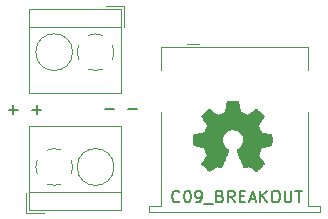
<source format=gbr>
G04 #@! TF.GenerationSoftware,KiCad,Pcbnew,5.1.5-52549c5~86~ubuntu18.04.1*
G04 #@! TF.CreationDate,2020-09-24T16:46:45-05:00*
G04 #@! TF.ProjectId,C09,4330392e-6b69-4636-9164-5f7063625858,rev?*
G04 #@! TF.SameCoordinates,Original*
G04 #@! TF.FileFunction,Legend,Top*
G04 #@! TF.FilePolarity,Positive*
%FSLAX46Y46*%
G04 Gerber Fmt 4.6, Leading zero omitted, Abs format (unit mm)*
G04 Created by KiCad (PCBNEW 5.1.5-52549c5~86~ubuntu18.04.1) date 2020-09-24 16:46:45*
%MOMM*%
%LPD*%
G04 APERTURE LIST*
%ADD10C,0.150000*%
%ADD11C,0.010000*%
%ADD12C,0.120000*%
G04 APERTURE END LIST*
D10*
X40378666Y-36653742D02*
X40331047Y-36701361D01*
X40188190Y-36748980D01*
X40092952Y-36748980D01*
X39950095Y-36701361D01*
X39854857Y-36606123D01*
X39807238Y-36510885D01*
X39759619Y-36320409D01*
X39759619Y-36177552D01*
X39807238Y-35987076D01*
X39854857Y-35891838D01*
X39950095Y-35796600D01*
X40092952Y-35748980D01*
X40188190Y-35748980D01*
X40331047Y-35796600D01*
X40378666Y-35844219D01*
X40997714Y-35748980D02*
X41092952Y-35748980D01*
X41188190Y-35796600D01*
X41235809Y-35844219D01*
X41283428Y-35939457D01*
X41331047Y-36129933D01*
X41331047Y-36368028D01*
X41283428Y-36558504D01*
X41235809Y-36653742D01*
X41188190Y-36701361D01*
X41092952Y-36748980D01*
X40997714Y-36748980D01*
X40902476Y-36701361D01*
X40854857Y-36653742D01*
X40807238Y-36558504D01*
X40759619Y-36368028D01*
X40759619Y-36129933D01*
X40807238Y-35939457D01*
X40854857Y-35844219D01*
X40902476Y-35796600D01*
X40997714Y-35748980D01*
X41807238Y-36748980D02*
X41997714Y-36748980D01*
X42092952Y-36701361D01*
X42140571Y-36653742D01*
X42235809Y-36510885D01*
X42283428Y-36320409D01*
X42283428Y-35939457D01*
X42235809Y-35844219D01*
X42188190Y-35796600D01*
X42092952Y-35748980D01*
X41902476Y-35748980D01*
X41807238Y-35796600D01*
X41759619Y-35844219D01*
X41712000Y-35939457D01*
X41712000Y-36177552D01*
X41759619Y-36272790D01*
X41807238Y-36320409D01*
X41902476Y-36368028D01*
X42092952Y-36368028D01*
X42188190Y-36320409D01*
X42235809Y-36272790D01*
X42283428Y-36177552D01*
X42473904Y-36844219D02*
X43235809Y-36844219D01*
X43807238Y-36225171D02*
X43950095Y-36272790D01*
X43997714Y-36320409D01*
X44045333Y-36415647D01*
X44045333Y-36558504D01*
X43997714Y-36653742D01*
X43950095Y-36701361D01*
X43854857Y-36748980D01*
X43473904Y-36748980D01*
X43473904Y-35748980D01*
X43807238Y-35748980D01*
X43902476Y-35796600D01*
X43950095Y-35844219D01*
X43997714Y-35939457D01*
X43997714Y-36034695D01*
X43950095Y-36129933D01*
X43902476Y-36177552D01*
X43807238Y-36225171D01*
X43473904Y-36225171D01*
X45045333Y-36748980D02*
X44712000Y-36272790D01*
X44473904Y-36748980D02*
X44473904Y-35748980D01*
X44854857Y-35748980D01*
X44950095Y-35796600D01*
X44997714Y-35844219D01*
X45045333Y-35939457D01*
X45045333Y-36082314D01*
X44997714Y-36177552D01*
X44950095Y-36225171D01*
X44854857Y-36272790D01*
X44473904Y-36272790D01*
X45473904Y-36225171D02*
X45807238Y-36225171D01*
X45950095Y-36748980D02*
X45473904Y-36748980D01*
X45473904Y-35748980D01*
X45950095Y-35748980D01*
X46331047Y-36463266D02*
X46807238Y-36463266D01*
X46235809Y-36748980D02*
X46569142Y-35748980D01*
X46902476Y-36748980D01*
X47235809Y-36748980D02*
X47235809Y-35748980D01*
X47807238Y-36748980D02*
X47378666Y-36177552D01*
X47807238Y-35748980D02*
X47235809Y-36320409D01*
X48426285Y-35748980D02*
X48616761Y-35748980D01*
X48712000Y-35796600D01*
X48807238Y-35891838D01*
X48854857Y-36082314D01*
X48854857Y-36415647D01*
X48807238Y-36606123D01*
X48712000Y-36701361D01*
X48616761Y-36748980D01*
X48426285Y-36748980D01*
X48331047Y-36701361D01*
X48235809Y-36606123D01*
X48188190Y-36415647D01*
X48188190Y-36082314D01*
X48235809Y-35891838D01*
X48331047Y-35796600D01*
X48426285Y-35748980D01*
X49283428Y-35748980D02*
X49283428Y-36558504D01*
X49331047Y-36653742D01*
X49378666Y-36701361D01*
X49473904Y-36748980D01*
X49664380Y-36748980D01*
X49759619Y-36701361D01*
X49807238Y-36653742D01*
X49854857Y-36558504D01*
X49854857Y-35748980D01*
X50188190Y-35748980D02*
X50759619Y-35748980D01*
X50473904Y-36748980D02*
X50473904Y-35748980D01*
X25924047Y-28900428D02*
X26685952Y-28900428D01*
X26305000Y-29281380D02*
X26305000Y-28519476D01*
X27924047Y-28900428D02*
X28685952Y-28900428D01*
X28305000Y-29281380D02*
X28305000Y-28519476D01*
X34052047Y-28849628D02*
X34813952Y-28849628D01*
X36052047Y-28849628D02*
X36813952Y-28849628D01*
D11*
G36*
X45412214Y-28609331D02*
G01*
X45496035Y-29053955D01*
X45805320Y-29181453D01*
X46114606Y-29308951D01*
X46485646Y-29056646D01*
X46589557Y-28986396D01*
X46683487Y-28923672D01*
X46763052Y-28871338D01*
X46823870Y-28832257D01*
X46861557Y-28809293D01*
X46871821Y-28804342D01*
X46890310Y-28817076D01*
X46929820Y-28852282D01*
X46985922Y-28905462D01*
X47054187Y-28972118D01*
X47130186Y-29047754D01*
X47209492Y-29127872D01*
X47287675Y-29207974D01*
X47360307Y-29283564D01*
X47422959Y-29350145D01*
X47471203Y-29403218D01*
X47500610Y-29438287D01*
X47507641Y-29450023D01*
X47497523Y-29471660D01*
X47469159Y-29519062D01*
X47425529Y-29587593D01*
X47369618Y-29672615D01*
X47304406Y-29769493D01*
X47266619Y-29824750D01*
X47197743Y-29925648D01*
X47136540Y-30016699D01*
X47085978Y-30093370D01*
X47049028Y-30151128D01*
X47028658Y-30185443D01*
X47025597Y-30192654D01*
X47032536Y-30213148D01*
X47051451Y-30260913D01*
X47079487Y-30329232D01*
X47113791Y-30411389D01*
X47151509Y-30500670D01*
X47189787Y-30590358D01*
X47225770Y-30673738D01*
X47256606Y-30744094D01*
X47279439Y-30794710D01*
X47291417Y-30818871D01*
X47292124Y-30819822D01*
X47310931Y-30824436D01*
X47361018Y-30834728D01*
X47437193Y-30849687D01*
X47534265Y-30868301D01*
X47647043Y-30889559D01*
X47712842Y-30901818D01*
X47833350Y-30924762D01*
X47942197Y-30946595D01*
X48033876Y-30966122D01*
X48102881Y-30982148D01*
X48143704Y-30993479D01*
X48151911Y-30997074D01*
X48159948Y-31021406D01*
X48166433Y-31076359D01*
X48171370Y-31155508D01*
X48174764Y-31252426D01*
X48176618Y-31360687D01*
X48176938Y-31473865D01*
X48175727Y-31585535D01*
X48172990Y-31689268D01*
X48168731Y-31778641D01*
X48162955Y-31847226D01*
X48155667Y-31888597D01*
X48151295Y-31897210D01*
X48125164Y-31907533D01*
X48069793Y-31922292D01*
X47992507Y-31939752D01*
X47900630Y-31958180D01*
X47868558Y-31964141D01*
X47713924Y-31992466D01*
X47591775Y-32015276D01*
X47498073Y-32033480D01*
X47428784Y-32047983D01*
X47379871Y-32059692D01*
X47347297Y-32069515D01*
X47327028Y-32078356D01*
X47315026Y-32087124D01*
X47313347Y-32088857D01*
X47296584Y-32116771D01*
X47271014Y-32171095D01*
X47239188Y-32245177D01*
X47203660Y-32332365D01*
X47166983Y-32426008D01*
X47131711Y-32519452D01*
X47100396Y-32606047D01*
X47075593Y-32679140D01*
X47059854Y-32732078D01*
X47055732Y-32758211D01*
X47056076Y-32759126D01*
X47070041Y-32780486D01*
X47101722Y-32827484D01*
X47147791Y-32895227D01*
X47204918Y-32978823D01*
X47269773Y-33073382D01*
X47288243Y-33100254D01*
X47354099Y-33197675D01*
X47412050Y-33286563D01*
X47458938Y-33361812D01*
X47491607Y-33418320D01*
X47506900Y-33450981D01*
X47507641Y-33454993D01*
X47494792Y-33476084D01*
X47459288Y-33517864D01*
X47405693Y-33575845D01*
X47338571Y-33645535D01*
X47262487Y-33722445D01*
X47182004Y-33802083D01*
X47101687Y-33879961D01*
X47026099Y-33951586D01*
X46959805Y-34012470D01*
X46907369Y-34058121D01*
X46873355Y-34084050D01*
X46863945Y-34088283D01*
X46842043Y-34078312D01*
X46797200Y-34051420D01*
X46736721Y-34012136D01*
X46690189Y-33980517D01*
X46605875Y-33922498D01*
X46506026Y-33854184D01*
X46405873Y-33785979D01*
X46352027Y-33749475D01*
X46169771Y-33626200D01*
X46016781Y-33708920D01*
X45947082Y-33745159D01*
X45887814Y-33773326D01*
X45847711Y-33789391D01*
X45837503Y-33791626D01*
X45825229Y-33775122D01*
X45801013Y-33728482D01*
X45766663Y-33656009D01*
X45723988Y-33562006D01*
X45674794Y-33450774D01*
X45620890Y-33326615D01*
X45564084Y-33193832D01*
X45506182Y-33056727D01*
X45448993Y-32919602D01*
X45394324Y-32786758D01*
X45343984Y-32662498D01*
X45299780Y-32551125D01*
X45263519Y-32456939D01*
X45237009Y-32384244D01*
X45222058Y-32337341D01*
X45219654Y-32321233D01*
X45238711Y-32300686D01*
X45280436Y-32267333D01*
X45336106Y-32228102D01*
X45340778Y-32224999D01*
X45484664Y-32109823D01*
X45600683Y-31975453D01*
X45687830Y-31826184D01*
X45745099Y-31666313D01*
X45771486Y-31500137D01*
X45765985Y-31331952D01*
X45727590Y-31166055D01*
X45655295Y-31006742D01*
X45634026Y-30971887D01*
X45523396Y-30831137D01*
X45392702Y-30718114D01*
X45246464Y-30633403D01*
X45089208Y-30577594D01*
X44925457Y-30551274D01*
X44759733Y-30555030D01*
X44596562Y-30589450D01*
X44440465Y-30655123D01*
X44295967Y-30752635D01*
X44251269Y-30792213D01*
X44137512Y-30916103D01*
X44054618Y-31046524D01*
X43997756Y-31192715D01*
X43966087Y-31337488D01*
X43958269Y-31500260D01*
X43984338Y-31663840D01*
X44041645Y-31822698D01*
X44127544Y-31971306D01*
X44239386Y-32104135D01*
X44374523Y-32215656D01*
X44392283Y-32227411D01*
X44448550Y-32265908D01*
X44491323Y-32299263D01*
X44511772Y-32320560D01*
X44512069Y-32321233D01*
X44507679Y-32344271D01*
X44490276Y-32396557D01*
X44461668Y-32473790D01*
X44423665Y-32571668D01*
X44378074Y-32685891D01*
X44326703Y-32812158D01*
X44271362Y-32946167D01*
X44213858Y-33083618D01*
X44156001Y-33220208D01*
X44099598Y-33351637D01*
X44046458Y-33473605D01*
X43998390Y-33581809D01*
X43957201Y-33671949D01*
X43924701Y-33739723D01*
X43902697Y-33780830D01*
X43893836Y-33791626D01*
X43866760Y-33783219D01*
X43816097Y-33760672D01*
X43750583Y-33728013D01*
X43714559Y-33708920D01*
X43561568Y-33626200D01*
X43379312Y-33749475D01*
X43286275Y-33812628D01*
X43184415Y-33882127D01*
X43088962Y-33947565D01*
X43041150Y-33980517D01*
X42973905Y-34025673D01*
X42916964Y-34061457D01*
X42877754Y-34083338D01*
X42865019Y-34087963D01*
X42846483Y-34075485D01*
X42805459Y-34040652D01*
X42745925Y-33987078D01*
X42671858Y-33918383D01*
X42587235Y-33838181D01*
X42533715Y-33786686D01*
X42440081Y-33694686D01*
X42359159Y-33612399D01*
X42294223Y-33543345D01*
X42248542Y-33491044D01*
X42225389Y-33459016D01*
X42223168Y-33452516D01*
X42233476Y-33427794D01*
X42261961Y-33377805D01*
X42305463Y-33307612D01*
X42360823Y-33222275D01*
X42424880Y-33126856D01*
X42443097Y-33100254D01*
X42509473Y-33003567D01*
X42569022Y-32916517D01*
X42618416Y-32843995D01*
X42654325Y-32790893D01*
X42673419Y-32762103D01*
X42675264Y-32759126D01*
X42672505Y-32736182D01*
X42657862Y-32685736D01*
X42633887Y-32614441D01*
X42603134Y-32528947D01*
X42568156Y-32435907D01*
X42531507Y-32341974D01*
X42495739Y-32253799D01*
X42463406Y-32178034D01*
X42437062Y-32121331D01*
X42419258Y-32090343D01*
X42417993Y-32088857D01*
X42407106Y-32080001D01*
X42388718Y-32071243D01*
X42358794Y-32061677D01*
X42313297Y-32050396D01*
X42248191Y-32036493D01*
X42159439Y-32019063D01*
X42043007Y-31997198D01*
X41894858Y-31969991D01*
X41862782Y-31964141D01*
X41767714Y-31945774D01*
X41684835Y-31927805D01*
X41621470Y-31911969D01*
X41584942Y-31900000D01*
X41580044Y-31897210D01*
X41571973Y-31872472D01*
X41565413Y-31817190D01*
X41560367Y-31737789D01*
X41556841Y-31640696D01*
X41554839Y-31532338D01*
X41554364Y-31419140D01*
X41555423Y-31307528D01*
X41558018Y-31203929D01*
X41562154Y-31114768D01*
X41567837Y-31046472D01*
X41575069Y-31005466D01*
X41579429Y-30997074D01*
X41603702Y-30988608D01*
X41658974Y-30974835D01*
X41739738Y-30956950D01*
X41840488Y-30936148D01*
X41955717Y-30913623D01*
X42018498Y-30901818D01*
X42137613Y-30879551D01*
X42243835Y-30859379D01*
X42331973Y-30842315D01*
X42396834Y-30829369D01*
X42433226Y-30821555D01*
X42439216Y-30819822D01*
X42449339Y-30800290D01*
X42470738Y-30753243D01*
X42500561Y-30685403D01*
X42535955Y-30603491D01*
X42574068Y-30514228D01*
X42612047Y-30424335D01*
X42647040Y-30340535D01*
X42676194Y-30269547D01*
X42696657Y-30218094D01*
X42705577Y-30192897D01*
X42705743Y-30191796D01*
X42695631Y-30171919D01*
X42667283Y-30126177D01*
X42623677Y-30059117D01*
X42567794Y-29975284D01*
X42502613Y-29879226D01*
X42464721Y-29824050D01*
X42395675Y-29722881D01*
X42334350Y-29631030D01*
X42283737Y-29553144D01*
X42246829Y-29493869D01*
X42226618Y-29457851D01*
X42223699Y-29449777D01*
X42236247Y-29430984D01*
X42270937Y-29390857D01*
X42323337Y-29333893D01*
X42389016Y-29264585D01*
X42463544Y-29187431D01*
X42542487Y-29106925D01*
X42621417Y-29027563D01*
X42695900Y-28953840D01*
X42761506Y-28890252D01*
X42813804Y-28841294D01*
X42848361Y-28811461D01*
X42859922Y-28804342D01*
X42878746Y-28814353D01*
X42923769Y-28842478D01*
X42990613Y-28885854D01*
X43074901Y-28941618D01*
X43172256Y-29006906D01*
X43245693Y-29056646D01*
X43616733Y-29308951D01*
X44235305Y-29053955D01*
X44319125Y-28609331D01*
X44402946Y-28164707D01*
X45328394Y-28164707D01*
X45412214Y-28609331D01*
G37*
X45412214Y-28609331D02*
X45496035Y-29053955D01*
X45805320Y-29181453D01*
X46114606Y-29308951D01*
X46485646Y-29056646D01*
X46589557Y-28986396D01*
X46683487Y-28923672D01*
X46763052Y-28871338D01*
X46823870Y-28832257D01*
X46861557Y-28809293D01*
X46871821Y-28804342D01*
X46890310Y-28817076D01*
X46929820Y-28852282D01*
X46985922Y-28905462D01*
X47054187Y-28972118D01*
X47130186Y-29047754D01*
X47209492Y-29127872D01*
X47287675Y-29207974D01*
X47360307Y-29283564D01*
X47422959Y-29350145D01*
X47471203Y-29403218D01*
X47500610Y-29438287D01*
X47507641Y-29450023D01*
X47497523Y-29471660D01*
X47469159Y-29519062D01*
X47425529Y-29587593D01*
X47369618Y-29672615D01*
X47304406Y-29769493D01*
X47266619Y-29824750D01*
X47197743Y-29925648D01*
X47136540Y-30016699D01*
X47085978Y-30093370D01*
X47049028Y-30151128D01*
X47028658Y-30185443D01*
X47025597Y-30192654D01*
X47032536Y-30213148D01*
X47051451Y-30260913D01*
X47079487Y-30329232D01*
X47113791Y-30411389D01*
X47151509Y-30500670D01*
X47189787Y-30590358D01*
X47225770Y-30673738D01*
X47256606Y-30744094D01*
X47279439Y-30794710D01*
X47291417Y-30818871D01*
X47292124Y-30819822D01*
X47310931Y-30824436D01*
X47361018Y-30834728D01*
X47437193Y-30849687D01*
X47534265Y-30868301D01*
X47647043Y-30889559D01*
X47712842Y-30901818D01*
X47833350Y-30924762D01*
X47942197Y-30946595D01*
X48033876Y-30966122D01*
X48102881Y-30982148D01*
X48143704Y-30993479D01*
X48151911Y-30997074D01*
X48159948Y-31021406D01*
X48166433Y-31076359D01*
X48171370Y-31155508D01*
X48174764Y-31252426D01*
X48176618Y-31360687D01*
X48176938Y-31473865D01*
X48175727Y-31585535D01*
X48172990Y-31689268D01*
X48168731Y-31778641D01*
X48162955Y-31847226D01*
X48155667Y-31888597D01*
X48151295Y-31897210D01*
X48125164Y-31907533D01*
X48069793Y-31922292D01*
X47992507Y-31939752D01*
X47900630Y-31958180D01*
X47868558Y-31964141D01*
X47713924Y-31992466D01*
X47591775Y-32015276D01*
X47498073Y-32033480D01*
X47428784Y-32047983D01*
X47379871Y-32059692D01*
X47347297Y-32069515D01*
X47327028Y-32078356D01*
X47315026Y-32087124D01*
X47313347Y-32088857D01*
X47296584Y-32116771D01*
X47271014Y-32171095D01*
X47239188Y-32245177D01*
X47203660Y-32332365D01*
X47166983Y-32426008D01*
X47131711Y-32519452D01*
X47100396Y-32606047D01*
X47075593Y-32679140D01*
X47059854Y-32732078D01*
X47055732Y-32758211D01*
X47056076Y-32759126D01*
X47070041Y-32780486D01*
X47101722Y-32827484D01*
X47147791Y-32895227D01*
X47204918Y-32978823D01*
X47269773Y-33073382D01*
X47288243Y-33100254D01*
X47354099Y-33197675D01*
X47412050Y-33286563D01*
X47458938Y-33361812D01*
X47491607Y-33418320D01*
X47506900Y-33450981D01*
X47507641Y-33454993D01*
X47494792Y-33476084D01*
X47459288Y-33517864D01*
X47405693Y-33575845D01*
X47338571Y-33645535D01*
X47262487Y-33722445D01*
X47182004Y-33802083D01*
X47101687Y-33879961D01*
X47026099Y-33951586D01*
X46959805Y-34012470D01*
X46907369Y-34058121D01*
X46873355Y-34084050D01*
X46863945Y-34088283D01*
X46842043Y-34078312D01*
X46797200Y-34051420D01*
X46736721Y-34012136D01*
X46690189Y-33980517D01*
X46605875Y-33922498D01*
X46506026Y-33854184D01*
X46405873Y-33785979D01*
X46352027Y-33749475D01*
X46169771Y-33626200D01*
X46016781Y-33708920D01*
X45947082Y-33745159D01*
X45887814Y-33773326D01*
X45847711Y-33789391D01*
X45837503Y-33791626D01*
X45825229Y-33775122D01*
X45801013Y-33728482D01*
X45766663Y-33656009D01*
X45723988Y-33562006D01*
X45674794Y-33450774D01*
X45620890Y-33326615D01*
X45564084Y-33193832D01*
X45506182Y-33056727D01*
X45448993Y-32919602D01*
X45394324Y-32786758D01*
X45343984Y-32662498D01*
X45299780Y-32551125D01*
X45263519Y-32456939D01*
X45237009Y-32384244D01*
X45222058Y-32337341D01*
X45219654Y-32321233D01*
X45238711Y-32300686D01*
X45280436Y-32267333D01*
X45336106Y-32228102D01*
X45340778Y-32224999D01*
X45484664Y-32109823D01*
X45600683Y-31975453D01*
X45687830Y-31826184D01*
X45745099Y-31666313D01*
X45771486Y-31500137D01*
X45765985Y-31331952D01*
X45727590Y-31166055D01*
X45655295Y-31006742D01*
X45634026Y-30971887D01*
X45523396Y-30831137D01*
X45392702Y-30718114D01*
X45246464Y-30633403D01*
X45089208Y-30577594D01*
X44925457Y-30551274D01*
X44759733Y-30555030D01*
X44596562Y-30589450D01*
X44440465Y-30655123D01*
X44295967Y-30752635D01*
X44251269Y-30792213D01*
X44137512Y-30916103D01*
X44054618Y-31046524D01*
X43997756Y-31192715D01*
X43966087Y-31337488D01*
X43958269Y-31500260D01*
X43984338Y-31663840D01*
X44041645Y-31822698D01*
X44127544Y-31971306D01*
X44239386Y-32104135D01*
X44374523Y-32215656D01*
X44392283Y-32227411D01*
X44448550Y-32265908D01*
X44491323Y-32299263D01*
X44511772Y-32320560D01*
X44512069Y-32321233D01*
X44507679Y-32344271D01*
X44490276Y-32396557D01*
X44461668Y-32473790D01*
X44423665Y-32571668D01*
X44378074Y-32685891D01*
X44326703Y-32812158D01*
X44271362Y-32946167D01*
X44213858Y-33083618D01*
X44156001Y-33220208D01*
X44099598Y-33351637D01*
X44046458Y-33473605D01*
X43998390Y-33581809D01*
X43957201Y-33671949D01*
X43924701Y-33739723D01*
X43902697Y-33780830D01*
X43893836Y-33791626D01*
X43866760Y-33783219D01*
X43816097Y-33760672D01*
X43750583Y-33728013D01*
X43714559Y-33708920D01*
X43561568Y-33626200D01*
X43379312Y-33749475D01*
X43286275Y-33812628D01*
X43184415Y-33882127D01*
X43088962Y-33947565D01*
X43041150Y-33980517D01*
X42973905Y-34025673D01*
X42916964Y-34061457D01*
X42877754Y-34083338D01*
X42865019Y-34087963D01*
X42846483Y-34075485D01*
X42805459Y-34040652D01*
X42745925Y-33987078D01*
X42671858Y-33918383D01*
X42587235Y-33838181D01*
X42533715Y-33786686D01*
X42440081Y-33694686D01*
X42359159Y-33612399D01*
X42294223Y-33543345D01*
X42248542Y-33491044D01*
X42225389Y-33459016D01*
X42223168Y-33452516D01*
X42233476Y-33427794D01*
X42261961Y-33377805D01*
X42305463Y-33307612D01*
X42360823Y-33222275D01*
X42424880Y-33126856D01*
X42443097Y-33100254D01*
X42509473Y-33003567D01*
X42569022Y-32916517D01*
X42618416Y-32843995D01*
X42654325Y-32790893D01*
X42673419Y-32762103D01*
X42675264Y-32759126D01*
X42672505Y-32736182D01*
X42657862Y-32685736D01*
X42633887Y-32614441D01*
X42603134Y-32528947D01*
X42568156Y-32435907D01*
X42531507Y-32341974D01*
X42495739Y-32253799D01*
X42463406Y-32178034D01*
X42437062Y-32121331D01*
X42419258Y-32090343D01*
X42417993Y-32088857D01*
X42407106Y-32080001D01*
X42388718Y-32071243D01*
X42358794Y-32061677D01*
X42313297Y-32050396D01*
X42248191Y-32036493D01*
X42159439Y-32019063D01*
X42043007Y-31997198D01*
X41894858Y-31969991D01*
X41862782Y-31964141D01*
X41767714Y-31945774D01*
X41684835Y-31927805D01*
X41621470Y-31911969D01*
X41584942Y-31900000D01*
X41580044Y-31897210D01*
X41571973Y-31872472D01*
X41565413Y-31817190D01*
X41560367Y-31737789D01*
X41556841Y-31640696D01*
X41554839Y-31532338D01*
X41554364Y-31419140D01*
X41555423Y-31307528D01*
X41558018Y-31203929D01*
X41562154Y-31114768D01*
X41567837Y-31046472D01*
X41575069Y-31005466D01*
X41579429Y-30997074D01*
X41603702Y-30988608D01*
X41658974Y-30974835D01*
X41739738Y-30956950D01*
X41840488Y-30936148D01*
X41955717Y-30913623D01*
X42018498Y-30901818D01*
X42137613Y-30879551D01*
X42243835Y-30859379D01*
X42331973Y-30842315D01*
X42396834Y-30829369D01*
X42433226Y-30821555D01*
X42439216Y-30819822D01*
X42449339Y-30800290D01*
X42470738Y-30753243D01*
X42500561Y-30685403D01*
X42535955Y-30603491D01*
X42574068Y-30514228D01*
X42612047Y-30424335D01*
X42647040Y-30340535D01*
X42676194Y-30269547D01*
X42696657Y-30218094D01*
X42705577Y-30192897D01*
X42705743Y-30191796D01*
X42695631Y-30171919D01*
X42667283Y-30126177D01*
X42623677Y-30059117D01*
X42567794Y-29975284D01*
X42502613Y-29879226D01*
X42464721Y-29824050D01*
X42395675Y-29722881D01*
X42334350Y-29631030D01*
X42283737Y-29553144D01*
X42246829Y-29493869D01*
X42226618Y-29457851D01*
X42223699Y-29449777D01*
X42236247Y-29430984D01*
X42270937Y-29390857D01*
X42323337Y-29333893D01*
X42389016Y-29264585D01*
X42463544Y-29187431D01*
X42542487Y-29106925D01*
X42621417Y-29027563D01*
X42695900Y-28953840D01*
X42761506Y-28890252D01*
X42813804Y-28841294D01*
X42848361Y-28811461D01*
X42859922Y-28804342D01*
X42878746Y-28814353D01*
X42923769Y-28842478D01*
X42990613Y-28885854D01*
X43074901Y-28941618D01*
X43172256Y-29006906D01*
X43245693Y-29056646D01*
X43616733Y-29308951D01*
X44235305Y-29053955D01*
X44319125Y-28609331D01*
X44402946Y-28164707D01*
X45328394Y-28164707D01*
X45412214Y-28609331D01*
D12*
X27374000Y-37651600D02*
X28874000Y-37651600D01*
X27374000Y-35911600D02*
X27374000Y-37651600D01*
X35434000Y-30291600D02*
X35434000Y-37411600D01*
X27614000Y-30291600D02*
X27614000Y-37411600D01*
X27614000Y-37411600D02*
X35434000Y-37411600D01*
X27614000Y-30291600D02*
X35434000Y-30291600D01*
X27614000Y-35851600D02*
X35434000Y-35851600D01*
X34829000Y-33751600D02*
G75*
G03X34829000Y-33751600I-1555000J0D01*
G01*
X29801011Y-35307092D02*
G75*
G02X29166000Y-35183600I-27011J1555492D01*
G01*
X28341891Y-34359342D02*
G75*
G02X28342000Y-33143600I1432109J607742D01*
G01*
X29166258Y-32319491D02*
G75*
G02X30382000Y-32319600I607742J-1432109D01*
G01*
X31206109Y-33143858D02*
G75*
G02X31206000Y-34359600I-1432109J-607742D01*
G01*
X30381587Y-35182985D02*
G75*
G02X29774000Y-35306600I-607587J1431385D01*
G01*
X35674000Y-20128400D02*
X34174000Y-20128400D01*
X35674000Y-21868400D02*
X35674000Y-20128400D01*
X27614000Y-27488400D02*
X27614000Y-20368400D01*
X35434000Y-27488400D02*
X35434000Y-20368400D01*
X35434000Y-20368400D02*
X27614000Y-20368400D01*
X35434000Y-27488400D02*
X27614000Y-27488400D01*
X35434000Y-21928400D02*
X27614000Y-21928400D01*
X31329000Y-24028400D02*
G75*
G03X31329000Y-24028400I-1555000J0D01*
G01*
X33246989Y-22472908D02*
G75*
G02X33882000Y-22596400I27011J-1555492D01*
G01*
X34706109Y-23420658D02*
G75*
G02X34706000Y-24636400I-1432109J-607742D01*
G01*
X33881742Y-25460509D02*
G75*
G02X32666000Y-25460400I-607742J1432109D01*
G01*
X31841891Y-24636142D02*
G75*
G02X31842000Y-23420400I1432109J607742D01*
G01*
X32666413Y-22597015D02*
G75*
G02X33274000Y-22473400I607587J-1431385D01*
G01*
X37783800Y-37551800D02*
X52283800Y-37551800D01*
X52283800Y-37551800D02*
X52283800Y-37051800D01*
X52283800Y-37051800D02*
X51283800Y-37051800D01*
X51283800Y-37051800D02*
X51283800Y-29051800D01*
X51283800Y-25551800D02*
X51283800Y-23551800D01*
X51283800Y-23551800D02*
X38783800Y-23551800D01*
X38783800Y-23551800D02*
X38783800Y-25551800D01*
X38783800Y-29051800D02*
X38783800Y-37051800D01*
X38783800Y-37051800D02*
X37783800Y-37051800D01*
X37783800Y-37051800D02*
X37783800Y-37551800D01*
X41033800Y-23301800D02*
X42033800Y-23301800D01*
M02*

</source>
